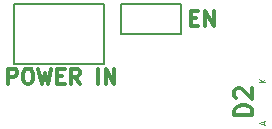
<source format=gbr>
G04 #@! TF.FileFunction,Legend,Top*
%FSLAX46Y46*%
G04 Gerber Fmt 4.6, Leading zero omitted, Abs format (unit mm)*
G04 Created by KiCad (PCBNEW 4.1.0-alpha+201607041450+6962~46~ubuntu16.04.1-product) date Tue Jul  5 21:19:18 2016*
%MOMM*%
%LPD*%
G01*
G04 APERTURE LIST*
%ADD10C,0.500000*%
%ADD11C,0.300000*%
%ADD12C,0.150000*%
%ADD13C,0.050000*%
%ADD14C,0.304800*%
%ADD15C,0.099060*%
G04 APERTURE END LIST*
D10*
D11*
X22158023Y17110857D02*
X22591357Y17110857D01*
X22777071Y16429904D02*
X22158023Y16429904D01*
X22158023Y17729904D01*
X22777071Y17729904D01*
X23334214Y16429904D02*
X23334214Y17729904D01*
X24077071Y16429904D01*
X24077071Y17729904D01*
X6687904Y11540404D02*
X6687904Y12840404D01*
X7183142Y12840404D01*
X7306952Y12778500D01*
X7368857Y12716595D01*
X7430761Y12592785D01*
X7430761Y12407071D01*
X7368857Y12283261D01*
X7306952Y12221357D01*
X7183142Y12159452D01*
X6687904Y12159452D01*
X8235523Y12840404D02*
X8483142Y12840404D01*
X8606952Y12778500D01*
X8730761Y12654690D01*
X8792666Y12407071D01*
X8792666Y11973738D01*
X8730761Y11726119D01*
X8606952Y11602309D01*
X8483142Y11540404D01*
X8235523Y11540404D01*
X8111714Y11602309D01*
X7987904Y11726119D01*
X7926000Y11973738D01*
X7926000Y12407071D01*
X7987904Y12654690D01*
X8111714Y12778500D01*
X8235523Y12840404D01*
X9226000Y12840404D02*
X9535523Y11540404D01*
X9783142Y12468976D01*
X10030761Y11540404D01*
X10340285Y12840404D01*
X10835523Y12221357D02*
X11268857Y12221357D01*
X11454571Y11540404D02*
X10835523Y11540404D01*
X10835523Y12840404D01*
X11454571Y12840404D01*
X12754571Y11540404D02*
X12321238Y12159452D01*
X12011714Y11540404D02*
X12011714Y12840404D01*
X12506952Y12840404D01*
X12630761Y12778500D01*
X12692666Y12716595D01*
X12754571Y12592785D01*
X12754571Y12407071D01*
X12692666Y12283261D01*
X12630761Y12221357D01*
X12506952Y12159452D01*
X12011714Y12159452D01*
X14302190Y11540404D02*
X14302190Y12840404D01*
X14921238Y11540404D02*
X14921238Y12840404D01*
X15664095Y11540404D01*
X15664095Y12840404D01*
D12*
X7175500Y13208000D02*
X7175500Y18288000D01*
X7175500Y18288000D02*
X14795500Y18288000D01*
X14795500Y18288000D02*
X14795500Y13208000D01*
X14795500Y13208000D02*
X7175500Y13208000D01*
X16256000Y15748000D02*
X16256000Y18288000D01*
X16256000Y18288000D02*
X21336000Y18288000D01*
X21336000Y18288000D02*
X21336000Y15748000D01*
X21336000Y15748000D02*
X16256000Y15748000D01*
D13*
X8671690Y12969857D02*
X8671690Y12684142D01*
X8671690Y12827000D02*
X8171690Y12827000D01*
X8243119Y12779380D01*
X8290738Y12731761D01*
X8314547Y12684142D01*
D14*
X27359428Y8875142D02*
X25835428Y8875142D01*
X25835428Y9238000D01*
X25908000Y9455714D01*
X26053142Y9600857D01*
X26198285Y9673428D01*
X26488571Y9746000D01*
X26706285Y9746000D01*
X26996571Y9673428D01*
X27141714Y9600857D01*
X27286857Y9455714D01*
X27359428Y9238000D01*
X27359428Y8875142D01*
X25980571Y10326571D02*
X25908000Y10399142D01*
X25835428Y10544285D01*
X25835428Y10907142D01*
X25908000Y11052285D01*
X25980571Y11124857D01*
X26125714Y11197428D01*
X26270857Y11197428D01*
X26488571Y11124857D01*
X27359428Y10254000D01*
X27359428Y11197428D01*
D15*
X28302796Y8080001D02*
X28302796Y8318278D01*
X28445762Y8032346D02*
X27945382Y8199140D01*
X28445762Y8365933D01*
X28445762Y11669808D02*
X27945382Y11669808D01*
X28445762Y11955739D02*
X28159830Y11741290D01*
X27945382Y11955739D02*
X28231313Y11669808D01*
M02*

</source>
